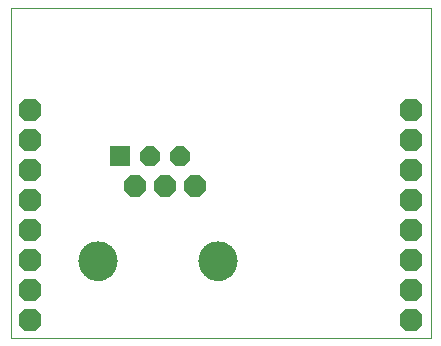
<source format=gbs>
G75*
%MOIN*%
%OFA0B0*%
%FSLAX25Y25*%
%IPPOS*%
%LPD*%
%AMOC8*
5,1,8,0,0,1.08239X$1,22.5*
%
%ADD10C,0.00000*%
%ADD11OC8,0.07600*%
%ADD12C,0.13100*%
%ADD13R,0.06600X0.06600*%
%ADD14OC8,0.07200*%
%ADD15OC8,0.06600*%
D10*
X0001500Y0005000D02*
X0001500Y0115000D01*
X0141500Y0115000D01*
X0141500Y0005000D01*
X0001500Y0005000D01*
X0024250Y0030500D02*
X0024252Y0030658D01*
X0024258Y0030815D01*
X0024268Y0030973D01*
X0024282Y0031130D01*
X0024300Y0031286D01*
X0024321Y0031443D01*
X0024347Y0031598D01*
X0024377Y0031753D01*
X0024410Y0031907D01*
X0024448Y0032060D01*
X0024489Y0032213D01*
X0024534Y0032364D01*
X0024583Y0032514D01*
X0024636Y0032662D01*
X0024692Y0032810D01*
X0024753Y0032955D01*
X0024816Y0033100D01*
X0024884Y0033242D01*
X0024955Y0033383D01*
X0025029Y0033522D01*
X0025107Y0033659D01*
X0025189Y0033794D01*
X0025273Y0033927D01*
X0025362Y0034058D01*
X0025453Y0034186D01*
X0025548Y0034313D01*
X0025645Y0034436D01*
X0025746Y0034558D01*
X0025850Y0034676D01*
X0025957Y0034792D01*
X0026067Y0034905D01*
X0026179Y0035016D01*
X0026295Y0035123D01*
X0026413Y0035228D01*
X0026533Y0035330D01*
X0026656Y0035428D01*
X0026782Y0035524D01*
X0026910Y0035616D01*
X0027040Y0035705D01*
X0027172Y0035791D01*
X0027307Y0035873D01*
X0027444Y0035952D01*
X0027582Y0036027D01*
X0027722Y0036099D01*
X0027865Y0036167D01*
X0028008Y0036232D01*
X0028154Y0036293D01*
X0028301Y0036350D01*
X0028449Y0036404D01*
X0028599Y0036454D01*
X0028749Y0036500D01*
X0028901Y0036542D01*
X0029054Y0036581D01*
X0029208Y0036615D01*
X0029363Y0036646D01*
X0029518Y0036672D01*
X0029674Y0036695D01*
X0029831Y0036714D01*
X0029988Y0036729D01*
X0030145Y0036740D01*
X0030303Y0036747D01*
X0030461Y0036750D01*
X0030618Y0036749D01*
X0030776Y0036744D01*
X0030933Y0036735D01*
X0031091Y0036722D01*
X0031247Y0036705D01*
X0031404Y0036684D01*
X0031559Y0036660D01*
X0031714Y0036631D01*
X0031869Y0036598D01*
X0032022Y0036562D01*
X0032175Y0036521D01*
X0032326Y0036477D01*
X0032476Y0036429D01*
X0032625Y0036378D01*
X0032773Y0036322D01*
X0032919Y0036263D01*
X0033064Y0036200D01*
X0033207Y0036133D01*
X0033348Y0036063D01*
X0033487Y0035990D01*
X0033625Y0035913D01*
X0033761Y0035832D01*
X0033894Y0035748D01*
X0034025Y0035661D01*
X0034154Y0035570D01*
X0034281Y0035476D01*
X0034406Y0035379D01*
X0034527Y0035279D01*
X0034647Y0035176D01*
X0034763Y0035070D01*
X0034877Y0034961D01*
X0034989Y0034849D01*
X0035097Y0034735D01*
X0035202Y0034617D01*
X0035305Y0034497D01*
X0035404Y0034375D01*
X0035500Y0034250D01*
X0035593Y0034122D01*
X0035683Y0033993D01*
X0035769Y0033861D01*
X0035853Y0033727D01*
X0035932Y0033591D01*
X0036009Y0033453D01*
X0036081Y0033313D01*
X0036150Y0033171D01*
X0036216Y0033028D01*
X0036278Y0032883D01*
X0036336Y0032736D01*
X0036391Y0032588D01*
X0036442Y0032439D01*
X0036489Y0032288D01*
X0036532Y0032137D01*
X0036571Y0031984D01*
X0036607Y0031830D01*
X0036638Y0031676D01*
X0036666Y0031521D01*
X0036690Y0031365D01*
X0036710Y0031208D01*
X0036726Y0031051D01*
X0036738Y0030894D01*
X0036746Y0030737D01*
X0036750Y0030579D01*
X0036750Y0030421D01*
X0036746Y0030263D01*
X0036738Y0030106D01*
X0036726Y0029949D01*
X0036710Y0029792D01*
X0036690Y0029635D01*
X0036666Y0029479D01*
X0036638Y0029324D01*
X0036607Y0029170D01*
X0036571Y0029016D01*
X0036532Y0028863D01*
X0036489Y0028712D01*
X0036442Y0028561D01*
X0036391Y0028412D01*
X0036336Y0028264D01*
X0036278Y0028117D01*
X0036216Y0027972D01*
X0036150Y0027829D01*
X0036081Y0027687D01*
X0036009Y0027547D01*
X0035932Y0027409D01*
X0035853Y0027273D01*
X0035769Y0027139D01*
X0035683Y0027007D01*
X0035593Y0026878D01*
X0035500Y0026750D01*
X0035404Y0026625D01*
X0035305Y0026503D01*
X0035202Y0026383D01*
X0035097Y0026265D01*
X0034989Y0026151D01*
X0034877Y0026039D01*
X0034763Y0025930D01*
X0034647Y0025824D01*
X0034527Y0025721D01*
X0034406Y0025621D01*
X0034281Y0025524D01*
X0034154Y0025430D01*
X0034025Y0025339D01*
X0033894Y0025252D01*
X0033761Y0025168D01*
X0033625Y0025087D01*
X0033487Y0025010D01*
X0033348Y0024937D01*
X0033207Y0024867D01*
X0033064Y0024800D01*
X0032919Y0024737D01*
X0032773Y0024678D01*
X0032625Y0024622D01*
X0032476Y0024571D01*
X0032326Y0024523D01*
X0032175Y0024479D01*
X0032022Y0024438D01*
X0031869Y0024402D01*
X0031714Y0024369D01*
X0031559Y0024340D01*
X0031404Y0024316D01*
X0031247Y0024295D01*
X0031091Y0024278D01*
X0030933Y0024265D01*
X0030776Y0024256D01*
X0030618Y0024251D01*
X0030461Y0024250D01*
X0030303Y0024253D01*
X0030145Y0024260D01*
X0029988Y0024271D01*
X0029831Y0024286D01*
X0029674Y0024305D01*
X0029518Y0024328D01*
X0029363Y0024354D01*
X0029208Y0024385D01*
X0029054Y0024419D01*
X0028901Y0024458D01*
X0028749Y0024500D01*
X0028599Y0024546D01*
X0028449Y0024596D01*
X0028301Y0024650D01*
X0028154Y0024707D01*
X0028008Y0024768D01*
X0027865Y0024833D01*
X0027722Y0024901D01*
X0027582Y0024973D01*
X0027444Y0025048D01*
X0027307Y0025127D01*
X0027172Y0025209D01*
X0027040Y0025295D01*
X0026910Y0025384D01*
X0026782Y0025476D01*
X0026656Y0025572D01*
X0026533Y0025670D01*
X0026413Y0025772D01*
X0026295Y0025877D01*
X0026179Y0025984D01*
X0026067Y0026095D01*
X0025957Y0026208D01*
X0025850Y0026324D01*
X0025746Y0026442D01*
X0025645Y0026564D01*
X0025548Y0026687D01*
X0025453Y0026814D01*
X0025362Y0026942D01*
X0025273Y0027073D01*
X0025189Y0027206D01*
X0025107Y0027341D01*
X0025029Y0027478D01*
X0024955Y0027617D01*
X0024884Y0027758D01*
X0024816Y0027900D01*
X0024753Y0028045D01*
X0024692Y0028190D01*
X0024636Y0028338D01*
X0024583Y0028486D01*
X0024534Y0028636D01*
X0024489Y0028787D01*
X0024448Y0028940D01*
X0024410Y0029093D01*
X0024377Y0029247D01*
X0024347Y0029402D01*
X0024321Y0029557D01*
X0024300Y0029714D01*
X0024282Y0029870D01*
X0024268Y0030027D01*
X0024258Y0030185D01*
X0024252Y0030342D01*
X0024250Y0030500D01*
X0064250Y0030500D02*
X0064252Y0030658D01*
X0064258Y0030815D01*
X0064268Y0030973D01*
X0064282Y0031130D01*
X0064300Y0031286D01*
X0064321Y0031443D01*
X0064347Y0031598D01*
X0064377Y0031753D01*
X0064410Y0031907D01*
X0064448Y0032060D01*
X0064489Y0032213D01*
X0064534Y0032364D01*
X0064583Y0032514D01*
X0064636Y0032662D01*
X0064692Y0032810D01*
X0064753Y0032955D01*
X0064816Y0033100D01*
X0064884Y0033242D01*
X0064955Y0033383D01*
X0065029Y0033522D01*
X0065107Y0033659D01*
X0065189Y0033794D01*
X0065273Y0033927D01*
X0065362Y0034058D01*
X0065453Y0034186D01*
X0065548Y0034313D01*
X0065645Y0034436D01*
X0065746Y0034558D01*
X0065850Y0034676D01*
X0065957Y0034792D01*
X0066067Y0034905D01*
X0066179Y0035016D01*
X0066295Y0035123D01*
X0066413Y0035228D01*
X0066533Y0035330D01*
X0066656Y0035428D01*
X0066782Y0035524D01*
X0066910Y0035616D01*
X0067040Y0035705D01*
X0067172Y0035791D01*
X0067307Y0035873D01*
X0067444Y0035952D01*
X0067582Y0036027D01*
X0067722Y0036099D01*
X0067865Y0036167D01*
X0068008Y0036232D01*
X0068154Y0036293D01*
X0068301Y0036350D01*
X0068449Y0036404D01*
X0068599Y0036454D01*
X0068749Y0036500D01*
X0068901Y0036542D01*
X0069054Y0036581D01*
X0069208Y0036615D01*
X0069363Y0036646D01*
X0069518Y0036672D01*
X0069674Y0036695D01*
X0069831Y0036714D01*
X0069988Y0036729D01*
X0070145Y0036740D01*
X0070303Y0036747D01*
X0070461Y0036750D01*
X0070618Y0036749D01*
X0070776Y0036744D01*
X0070933Y0036735D01*
X0071091Y0036722D01*
X0071247Y0036705D01*
X0071404Y0036684D01*
X0071559Y0036660D01*
X0071714Y0036631D01*
X0071869Y0036598D01*
X0072022Y0036562D01*
X0072175Y0036521D01*
X0072326Y0036477D01*
X0072476Y0036429D01*
X0072625Y0036378D01*
X0072773Y0036322D01*
X0072919Y0036263D01*
X0073064Y0036200D01*
X0073207Y0036133D01*
X0073348Y0036063D01*
X0073487Y0035990D01*
X0073625Y0035913D01*
X0073761Y0035832D01*
X0073894Y0035748D01*
X0074025Y0035661D01*
X0074154Y0035570D01*
X0074281Y0035476D01*
X0074406Y0035379D01*
X0074527Y0035279D01*
X0074647Y0035176D01*
X0074763Y0035070D01*
X0074877Y0034961D01*
X0074989Y0034849D01*
X0075097Y0034735D01*
X0075202Y0034617D01*
X0075305Y0034497D01*
X0075404Y0034375D01*
X0075500Y0034250D01*
X0075593Y0034122D01*
X0075683Y0033993D01*
X0075769Y0033861D01*
X0075853Y0033727D01*
X0075932Y0033591D01*
X0076009Y0033453D01*
X0076081Y0033313D01*
X0076150Y0033171D01*
X0076216Y0033028D01*
X0076278Y0032883D01*
X0076336Y0032736D01*
X0076391Y0032588D01*
X0076442Y0032439D01*
X0076489Y0032288D01*
X0076532Y0032137D01*
X0076571Y0031984D01*
X0076607Y0031830D01*
X0076638Y0031676D01*
X0076666Y0031521D01*
X0076690Y0031365D01*
X0076710Y0031208D01*
X0076726Y0031051D01*
X0076738Y0030894D01*
X0076746Y0030737D01*
X0076750Y0030579D01*
X0076750Y0030421D01*
X0076746Y0030263D01*
X0076738Y0030106D01*
X0076726Y0029949D01*
X0076710Y0029792D01*
X0076690Y0029635D01*
X0076666Y0029479D01*
X0076638Y0029324D01*
X0076607Y0029170D01*
X0076571Y0029016D01*
X0076532Y0028863D01*
X0076489Y0028712D01*
X0076442Y0028561D01*
X0076391Y0028412D01*
X0076336Y0028264D01*
X0076278Y0028117D01*
X0076216Y0027972D01*
X0076150Y0027829D01*
X0076081Y0027687D01*
X0076009Y0027547D01*
X0075932Y0027409D01*
X0075853Y0027273D01*
X0075769Y0027139D01*
X0075683Y0027007D01*
X0075593Y0026878D01*
X0075500Y0026750D01*
X0075404Y0026625D01*
X0075305Y0026503D01*
X0075202Y0026383D01*
X0075097Y0026265D01*
X0074989Y0026151D01*
X0074877Y0026039D01*
X0074763Y0025930D01*
X0074647Y0025824D01*
X0074527Y0025721D01*
X0074406Y0025621D01*
X0074281Y0025524D01*
X0074154Y0025430D01*
X0074025Y0025339D01*
X0073894Y0025252D01*
X0073761Y0025168D01*
X0073625Y0025087D01*
X0073487Y0025010D01*
X0073348Y0024937D01*
X0073207Y0024867D01*
X0073064Y0024800D01*
X0072919Y0024737D01*
X0072773Y0024678D01*
X0072625Y0024622D01*
X0072476Y0024571D01*
X0072326Y0024523D01*
X0072175Y0024479D01*
X0072022Y0024438D01*
X0071869Y0024402D01*
X0071714Y0024369D01*
X0071559Y0024340D01*
X0071404Y0024316D01*
X0071247Y0024295D01*
X0071091Y0024278D01*
X0070933Y0024265D01*
X0070776Y0024256D01*
X0070618Y0024251D01*
X0070461Y0024250D01*
X0070303Y0024253D01*
X0070145Y0024260D01*
X0069988Y0024271D01*
X0069831Y0024286D01*
X0069674Y0024305D01*
X0069518Y0024328D01*
X0069363Y0024354D01*
X0069208Y0024385D01*
X0069054Y0024419D01*
X0068901Y0024458D01*
X0068749Y0024500D01*
X0068599Y0024546D01*
X0068449Y0024596D01*
X0068301Y0024650D01*
X0068154Y0024707D01*
X0068008Y0024768D01*
X0067865Y0024833D01*
X0067722Y0024901D01*
X0067582Y0024973D01*
X0067444Y0025048D01*
X0067307Y0025127D01*
X0067172Y0025209D01*
X0067040Y0025295D01*
X0066910Y0025384D01*
X0066782Y0025476D01*
X0066656Y0025572D01*
X0066533Y0025670D01*
X0066413Y0025772D01*
X0066295Y0025877D01*
X0066179Y0025984D01*
X0066067Y0026095D01*
X0065957Y0026208D01*
X0065850Y0026324D01*
X0065746Y0026442D01*
X0065645Y0026564D01*
X0065548Y0026687D01*
X0065453Y0026814D01*
X0065362Y0026942D01*
X0065273Y0027073D01*
X0065189Y0027206D01*
X0065107Y0027341D01*
X0065029Y0027478D01*
X0064955Y0027617D01*
X0064884Y0027758D01*
X0064816Y0027900D01*
X0064753Y0028045D01*
X0064692Y0028190D01*
X0064636Y0028338D01*
X0064583Y0028486D01*
X0064534Y0028636D01*
X0064489Y0028787D01*
X0064448Y0028940D01*
X0064410Y0029093D01*
X0064377Y0029247D01*
X0064347Y0029402D01*
X0064321Y0029557D01*
X0064300Y0029714D01*
X0064282Y0029870D01*
X0064268Y0030027D01*
X0064258Y0030185D01*
X0064252Y0030342D01*
X0064250Y0030500D01*
D11*
X0008000Y0031000D03*
X0008000Y0041000D03*
X0008000Y0051000D03*
X0008000Y0061000D03*
X0008000Y0071000D03*
X0008000Y0081000D03*
X0008000Y0021000D03*
X0008000Y0011000D03*
X0135000Y0011000D03*
X0135000Y0021000D03*
X0135000Y0031000D03*
X0135000Y0041000D03*
X0135000Y0051000D03*
X0135000Y0061000D03*
X0135000Y0071000D03*
X0135000Y0081000D03*
D12*
X0070500Y0030500D03*
X0030500Y0030500D03*
D13*
X0038000Y0065500D03*
D14*
X0043000Y0055500D03*
X0053000Y0055500D03*
X0063000Y0055500D03*
D15*
X0058000Y0065500D03*
X0048000Y0065500D03*
M02*

</source>
